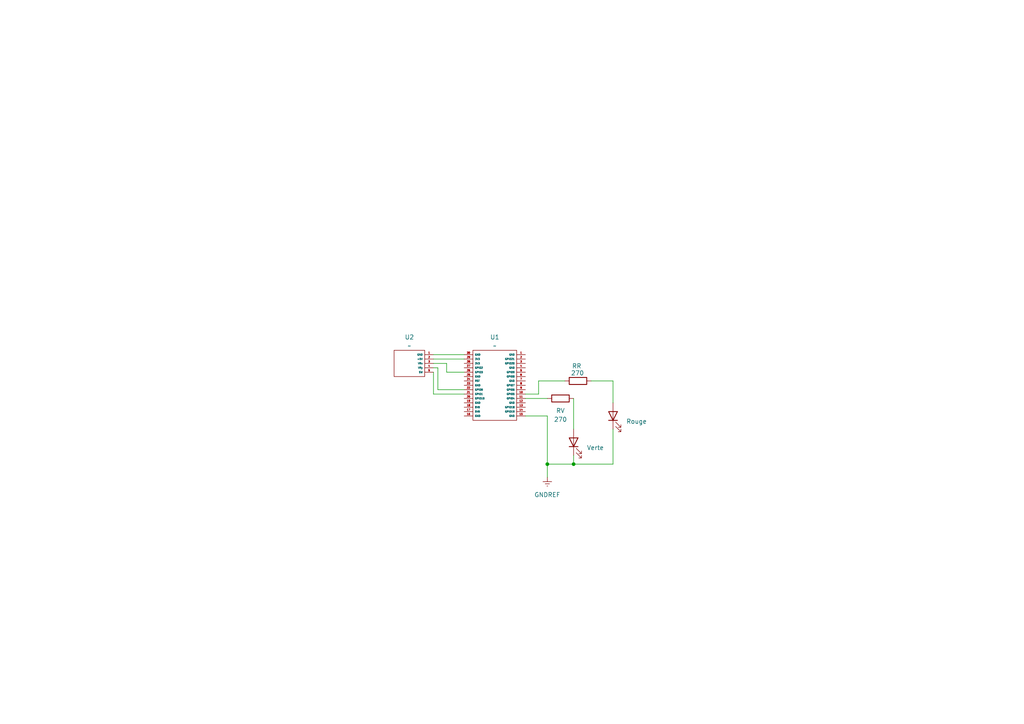
<source format=kicad_sch>
(kicad_sch (version 20231120) (generator "eeschema") (generator_version "8.0")
  (paper "A4")
  (lib_symbols
    (symbol "Device:LED" (pin_numbers hide) (pin_names (offset 1.016) hide)
      (property "Reference" "D" (at 0 2.54 0))
      (property "Value" "LED" (at 0 -2.54 0))
      (symbol "LED_0_1"
        (polyline (pts (xy -1.27 -1.27) (xy -1.27 1.27)) (stroke (width 0.254)))
        (polyline (pts (xy -1.27 0) (xy 1.27 0)))
        (polyline (pts (xy 1.27 -1.27) (xy 1.27 1.27) (xy -1.27 0) (xy 1.27 -1.27)) (stroke (width 0.254)))
        (polyline (pts (xy -3.048 -0.762) (xy -4.572 -2.286) (xy -3.81 -2.286) (xy -4.572 -2.286) (xy -4.572 -1.524)))
        (polyline (pts (xy -1.778 -0.762) (xy -3.302 -2.286) (xy -2.54 -2.286) (xy -3.302 -2.286) (xy -3.302 -1.524)))
      )
      (symbol "LED_1_1"
        (pin passive line (at -3.81 0 0) (length 2.54) (name "K") (number "1"))
        (pin passive line (at 3.81 0 180) (length 2.54) (name "A") (number "2"))
      )
    )
    (symbol "Device:R" (pin_numbers hide) (pin_names (offset 0))
      (property "Reference" "R" (at 2.032 0 90))
      (property "Value" "R" (at 0 0 90))
      (symbol "R_0_1"
        (rectangle (start -1.016 -2.54) (end 1.016 2.54) (stroke (width 0.254)))
      )
      (symbol "R_1_1"
        (pin passive line (at 0 3.81 270) (length 1.27) (name "~") (number "1"))
        (pin passive line (at 0 -3.81 90) (length 1.27) (name "~") (number "2"))
      )
    )
    (symbol "esp32-C3-DevKit:ESP32-C3_DEVKIT"
      (property "Reference" "U" (at -1.016 2.032 0))
      (symbol "ESP32-C3_DEVKIT_0_1"
        (rectangle (start -3.81 0) (end 8.89 -20.32))
      )
      (symbol "ESP32-C3_DEVKIT_1_0"
        (pin input line (at 11.43 -1.27 180) (length 2.54) (name "GND") (number "1"))
      )
      (symbol "ESP32-C3_DEVKIT_1_1"
        (pin input line (at 11.43 -12.7 180) (length 2.54) (name "GPIO5") (number "10"))
        (pin input line (at 11.43 -13.97 180) (length 2.54) (name "GPIO4") (number "11"))
        (pin input line (at 11.43 -15.24 180) (length 2.54) (name "GND") (number "12"))
        (pin input line (at 11.43 -16.51 180) (length 2.54) (name "GPIO18") (number "13"))
        (pin input line (at 11.43 -17.78 180) (length 2.54) (name "GPIO19") (number "14"))
        (pin input line (at 11.43 -19.05 180) (length 2.54) (name "GND") (number "15"))
        (pin input line (at -6.35 -19.05 0) (length 2.54) (name "GND") (number "16"))
        (pin input line (at -6.35 -17.78 0) (length 2.54) (name "5V0") (number "17"))
        (pin input line (at -6.35 -16.51 0) (length 2.54) (name "5V0") (number "18"))
        (pin input line (at -6.35 -15.24 0) (length 2.54) (name "GND") (number "19"))
        (pin input line (at 11.43 -2.54 180) (length 2.54) (name "GPIO21") (number "2"))
        (pin input line (at -6.35 -13.97 0) (length 2.54) (name "GPIO10") (number "20"))
        (pin input line (at -6.35 -12.7 0) (length 2.54) (name "GPIO1") (number "21"))
        (pin input line (at -6.35 -11.43 0) (length 2.54) (name "GPIO0") (number "22"))
        (pin input line (at -6.35 -10.16 0) (length 2.54) (name "GND") (number "23"))
        (pin input line (at -6.35 -8.89 0) (length 2.54) (name "RST") (number "24"))
        (pin input line (at -6.35 -7.62 0) (length 2.54) (name "GND") (number "25"))
        (pin input line (at -6.35 -6.35 0) (length 2.54) (name "GPIO3") (number "26"))
        (pin input line (at -6.35 -5.08 0) (length 2.54) (name "GPIO2") (number "27"))
        (pin input line (at -6.35 -3.81 0) (length 2.54) (name "3V3") (number "28"))
        (pin input line (at -6.35 -2.54 0) (length 2.54) (name "3V3") (number "29"))
        (pin input line (at 11.43 -3.81 180) (length 2.54) (name "GPIO20") (number "3"))
        (pin input line (at -6.35 -1.27 0) (length 2.54) (name "GND") (number "30"))
        (pin input line (at 11.43 -5.08 180) (length 2.54) (name "GND") (number "4"))
        (pin input line (at 11.43 -6.35 180) (length 2.54) (name "GPIO9") (number "5"))
        (pin input line (at 11.43 -7.62 180) (length 2.54) (name "GPIO8") (number "6"))
        (pin input line (at 11.43 -8.89 180) (length 2.54) (name "GND") (number "7"))
        (pin input line (at 11.43 -10.16 180) (length 2.54) (name "GPIO7") (number "8"))
        (pin input line (at 11.43 -11.43 180) (length 2.54) (name "GPIO6") (number "9"))
      )
    )
    (symbol "joystick:Joystick"
      (property "Reference" "U" (at 0 0 0))
      (symbol "Joystick_0_1"
        (rectangle (start -3.81 -1.27) (end 5.08 -8.89))
      )
      (symbol "Joystick_1_1"
        (pin input line (at 7.62 -2.54 180) (length 2.54) (name "GND") (number "1"))
        (pin input line (at 7.62 -3.81 180) (length 2.54) (name "+5V") (number "2"))
        (pin input line (at 7.62 -5.08 180) (length 2.54) (name "VRx") (number "3"))
        (pin input line (at 7.62 -6.35 180) (length 2.54) (name "VRy") (number "4"))
        (pin input line (at 7.62 -7.62 180) (length 2.54) (name "SW") (number "5"))
      )
    )
    (symbol "power:GNDREF" (power) (pin_numbers hide) (pin_names (offset 0) hide)
      (property "Value" "GNDREF" (at 0 -3.81 0))
      (symbol "GNDREF_0_1"
        (polyline (pts (xy -0.635 -1.905) (xy 0.635 -1.905)))
        (polyline (pts (xy -0.127 -2.54) (xy 0.127 -2.54)))
        (polyline (pts (xy 0 -1.27) (xy 0 0)))
        (polyline (pts (xy 1.27 -1.27) (xy -1.27 -1.27)))
      )
      (symbol "GNDREF_1_1"
        (pin power_in line (at 0 0 270) (length 0) (name "~") (number "1"))
      )
    )
  )
  (junction (at 158.75 134.62))
  (junction (at 166.37 134.62))
  (wire (pts (xy 156.21 114.3) (xy 156.21 110.49)))
  (wire (pts (xy 177.8 110.49) (xy 177.8 116.84)))
  (wire (pts (xy 125.73 102.87) (xy 134.62 102.87)))
  (wire (pts (xy 127 106.68) (xy 125.73 106.68)))
  (wire (pts (xy 166.37 132.08) (xy 166.37 134.62)))
  (wire (pts (xy 129.54 105.41) (xy 125.73 105.41)))
  (wire (pts (xy 152.4 114.3) (xy 156.21 114.3)))
  (wire (pts (xy 156.21 110.49) (xy 163.83 110.49)))
  (wire (pts (xy 152.4 120.65) (xy 158.75 120.65)))
  (wire (pts (xy 125.73 114.3) (xy 125.73 107.95)))
  (wire (pts (xy 129.54 107.95) (xy 129.54 105.41)))
  (wire (pts (xy 166.37 115.57) (xy 166.37 124.46)))
  (wire (pts (xy 166.37 134.62) (xy 158.75 134.62)))
  (wire (pts (xy 134.62 107.95) (xy 129.54 107.95)))
  (wire (pts (xy 158.75 134.62) (xy 158.75 138.43)))
  (wire (pts (xy 134.62 114.3) (xy 125.73 114.3)))
  (wire (pts (xy 125.73 104.14) (xy 134.62 104.14)))
  (wire (pts (xy 134.62 113.03) (xy 127 113.03)))
  (wire (pts (xy 158.75 120.65) (xy 158.75 134.62)))
  (wire (pts (xy 171.45 110.49) (xy 177.8 110.49)))
  (wire (pts (xy 127 113.03) (xy 127 106.68)))
  (wire (pts (xy 177.8 134.62) (xy 166.37 134.62)))
  (wire (pts (xy 152.4 115.57) (xy 158.75 115.57)))
  (wire (pts (xy 177.8 124.46) (xy 177.8 134.62)))
  (symbol (lib_id "esp32-C3-DevKit:ESP32-C3_DEVKIT") (at 140.97 101.6 0) (unit 1)
    (property "Reference" "U1" (at 143.51 97.79 0))
    (property "Value" "~" (at 143.51 100.33 0))
  )
  (symbol (lib_id "Device:LED") (at 177.8 120.65 90) (unit 1)
    (property "Reference" "Rouge" (at 181.61 122.2374 90) (effects (justify right)))
    (property "Value" "270" (effects (hide yes)))
    (property "Description" "Light emitting diode" (effects (hide yes)))
  )
  (symbol (lib_id "joystick:Joystick") (at 118.11 100.33 0) (unit 1)
    (property "Reference" "U2" (at 118.745 97.79 0))
    (property "Value" "~" (at 118.745 100.33 0))
  )
  (symbol (lib_id "Device:R") (at 162.56 115.57 90) (unit 1)
    (property "Reference" "RV" (at 162.56 119.126 90))
    (property "Value" "270" (at 162.56 121.666 90))
    (property "Description" "Resistor" (effects (hide yes)))
  )
  (symbol (lib_id "power:GNDREF") (at 158.75 138.43 0) (unit 1)
    (property "Reference" "#PWR01" (effects (hide yes)))
    (property "Value" "GNDREF" (at 158.75 143.51 0))
    (property "Description" "Power symbol creates a global label with name \"GNDREF\" , reference supply ground" (effects (hide yes)))
  )
  (symbol (lib_id "Device:LED") (at 166.37 128.27 90) (unit 1)
    (property "Reference" "Verte" (at 170.18 129.8574 90) (effects (justify right)))
    (property "Value" "270" (effects (hide yes)))
    (property "Description" "Light emitting diode" (effects (hide yes)))
  )
  (symbol (lib_id "Device:R") (at 167.64 110.49 90) (unit 1)
    (property "Reference" "RR" (at 168.656 106.172 90) (effects (justify left)))
    (property "Value" "270" (at 169.418 108.204 90) (effects (justify left)))
    (property "Description" "Resistor" (effects (hide yes)))
  )
)
</source>
